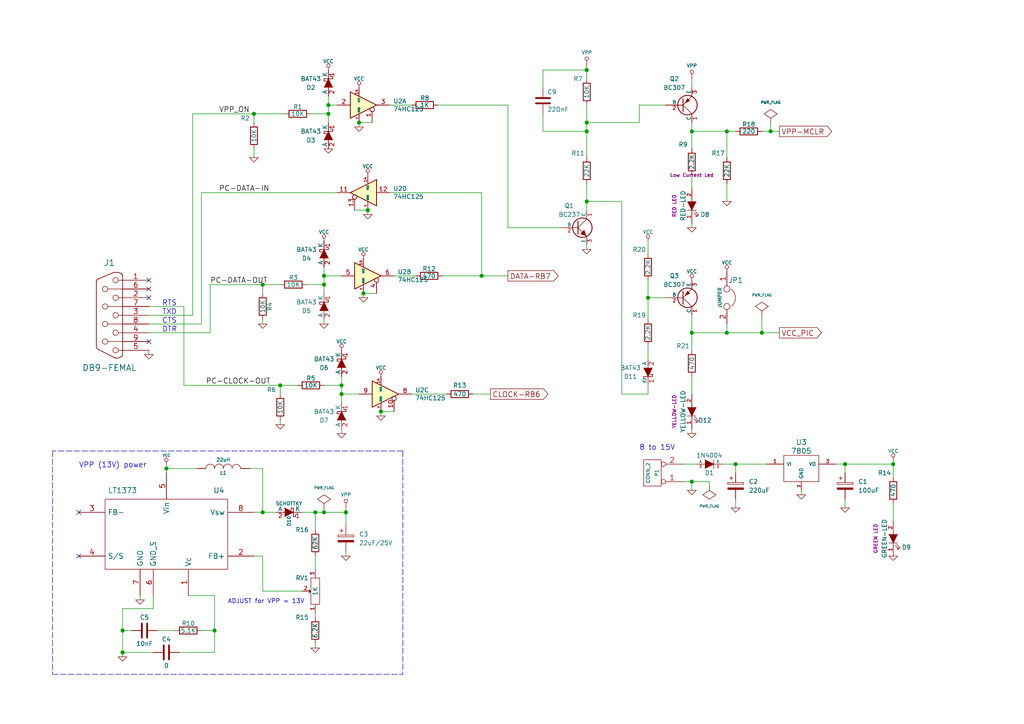
<source format=kicad_sch>
(kicad_sch (version 20201015) (generator eeschema)
  (paper "A4")
  (title_block (title "JDM - COM84 PIC Programmer with 13V DC/DC converter") (date "Sun 22 Mar 2015") (rev "2") (company "KiCad"))
  (junction (at 35.56 182.88) (diameter 1.016))
  (junction (at 35.56 189.23) (diameter 1.016))
  (junction (at 48.26 135.89) (diameter 1.016))
  (junction (at 62.23 182.88) (diameter 1.016))
  (junction (at 73.66 33.02) (diameter 1.016))
  (junction (at 76.2 82.55) (diameter 1.016))
  (junction (at 76.2 148.59) (diameter 1.016))
  (junction (at 81.28 111.76) (diameter 1.016))
  (junction (at 91.44 148.59) (diameter 1.016))
  (junction (at 93.98 80.01) (diameter 1.016))
  (junction (at 93.98 82.55) (diameter 1.016))
  (junction (at 93.98 148.59) (diameter 1.016))
  (junction (at 95.25 30.48) (diameter 1.016))
  (junction (at 95.25 33.02) (diameter 1.016))
  (junction (at 99.06 111.76) (diameter 1.016))
  (junction (at 99.06 114.3) (diameter 1.016))
  (junction (at 100.33 148.59) (diameter 1.016))
  (junction (at 104.14 35.56) (diameter 1.016))
  (junction (at 105.41 85.09) (diameter 1.016))
  (junction (at 106.68 60.96) (diameter 1.016))
  (junction (at 110.49 119.38) (diameter 1.016))
  (junction (at 139.7 80.01) (diameter 1.016))
  (junction (at 170.18 20.32) (diameter 1.016))
  (junction (at 170.18 35.56) (diameter 1.016))
  (junction (at 170.18 38.1) (diameter 1.016))
  (junction (at 170.18 58.42) (diameter 1.016))
  (junction (at 187.96 86.36) (diameter 1.016))
  (junction (at 200.66 38.1) (diameter 1.016))
  (junction (at 200.66 96.52) (diameter 1.016))
  (junction (at 200.66 139.7) (diameter 1.016))
  (junction (at 210.82 38.1) (diameter 1.016))
  (junction (at 210.82 96.52) (diameter 1.016))
  (junction (at 213.36 134.62) (diameter 1.016))
  (junction (at 220.98 96.52) (diameter 1.016))
  (junction (at 223.52 38.1) (diameter 1.016))
  (junction (at 245.11 134.62) (diameter 1.016))
  (junction (at 259.08 134.62) (diameter 1.016))
  (no_connect (at 22.86 148.59))
  (no_connect (at 22.86 161.29))
  (no_connect (at 43.18 81.28))
  (no_connect (at 43.18 83.82))
  (no_connect (at 43.18 86.36))
  (no_connect (at 43.18 99.06))
  (wire (pts (xy 35.56 176.53) (xy 35.56 182.88)))
  (wire (pts (xy 35.56 182.88) (xy 35.56 189.23)))
  (wire (pts (xy 35.56 182.88) (xy 38.1 182.88)))
  (wire (pts (xy 35.56 189.23) (xy 35.56 190.5)))
  (wire (pts (xy 35.56 189.23) (xy 44.45 189.23)))
  (wire (pts (xy 40.64 173.99) (xy 40.64 172.72)))
  (wire (pts (xy 43.18 93.98) (xy 58.42 93.98)))
  (wire (pts (xy 43.18 102.87) (xy 43.18 101.6)))
  (wire (pts (xy 44.45 172.72) (xy 44.45 176.53)))
  (wire (pts (xy 44.45 176.53) (xy 35.56 176.53)))
  (wire (pts (xy 45.72 182.88) (xy 50.8 182.88)))
  (wire (pts (xy 48.26 134.62) (xy 48.26 135.89)))
  (wire (pts (xy 48.26 135.89) (xy 48.26 137.16)))
  (wire (pts (xy 48.26 135.89) (xy 57.15 135.89)))
  (wire (pts (xy 52.07 189.23) (xy 62.23 189.23)))
  (wire (pts (xy 53.34 88.9) (xy 43.18 88.9)))
  (wire (pts (xy 53.34 111.76) (xy 53.34 88.9)))
  (wire (pts (xy 53.34 111.76) (xy 81.28 111.76)))
  (wire (pts (xy 54.61 172.72) (xy 62.23 172.72)))
  (wire (pts (xy 55.88 33.02) (xy 55.88 91.44)))
  (wire (pts (xy 55.88 33.02) (xy 73.66 33.02)))
  (wire (pts (xy 55.88 91.44) (xy 43.18 91.44)))
  (wire (pts (xy 58.42 55.88) (xy 97.79 55.88)))
  (wire (pts (xy 58.42 93.98) (xy 58.42 55.88)))
  (wire (pts (xy 58.42 182.88) (xy 62.23 182.88)))
  (wire (pts (xy 60.96 82.55) (xy 60.96 96.52)))
  (wire (pts (xy 60.96 82.55) (xy 76.2 82.55)))
  (wire (pts (xy 60.96 96.52) (xy 43.18 96.52)))
  (wire (pts (xy 62.23 172.72) (xy 62.23 182.88)))
  (wire (pts (xy 62.23 182.88) (xy 62.23 189.23)))
  (wire (pts (xy 72.39 135.89) (xy 76.2 135.89)))
  (wire (pts (xy 73.66 33.02) (xy 82.55 33.02)))
  (wire (pts (xy 73.66 35.56) (xy 73.66 33.02)))
  (wire (pts (xy 73.66 45.72) (xy 73.66 43.18)))
  (wire (pts (xy 73.66 148.59) (xy 76.2 148.59)))
  (wire (pts (xy 73.66 161.29) (xy 76.2 161.29)))
  (wire (pts (xy 76.2 82.55) (xy 76.2 85.09)))
  (wire (pts (xy 76.2 82.55) (xy 81.28 82.55)))
  (wire (pts (xy 76.2 92.71) (xy 76.2 93.98)))
  (wire (pts (xy 76.2 135.89) (xy 76.2 148.59)))
  (wire (pts (xy 76.2 148.59) (xy 80.01 148.59)))
  (wire (pts (xy 76.2 161.29) (xy 76.2 171.45)))
  (wire (pts (xy 76.2 171.45) (xy 87.63 171.45)))
  (wire (pts (xy 81.28 111.76) (xy 86.36 111.76)))
  (wire (pts (xy 81.28 114.3) (xy 81.28 111.76)))
  (wire (pts (xy 81.28 123.19) (xy 81.28 121.92)))
  (wire (pts (xy 87.63 148.59) (xy 91.44 148.59)))
  (wire (pts (xy 88.9 82.55) (xy 93.98 82.55)))
  (wire (pts (xy 90.17 33.02) (xy 95.25 33.02)))
  (wire (pts (xy 91.44 148.59) (xy 91.44 153.67)))
  (wire (pts (xy 91.44 148.59) (xy 93.98 148.59)))
  (wire (pts (xy 91.44 161.29) (xy 91.44 165.1)))
  (wire (pts (xy 91.44 177.8) (xy 91.44 179.07)))
  (wire (pts (xy 91.44 187.96) (xy 91.44 186.69)))
  (wire (pts (xy 93.98 77.47) (xy 93.98 80.01)))
  (wire (pts (xy 93.98 80.01) (xy 93.98 82.55)))
  (wire (pts (xy 93.98 82.55) (xy 93.98 85.09)))
  (wire (pts (xy 93.98 93.98) (xy 93.98 92.71)))
  (wire (pts (xy 93.98 111.76) (xy 99.06 111.76)))
  (wire (pts (xy 93.98 147.32) (xy 93.98 148.59)))
  (wire (pts (xy 93.98 148.59) (xy 100.33 148.59)))
  (wire (pts (xy 95.25 27.94) (xy 95.25 30.48)))
  (wire (pts (xy 95.25 30.48) (xy 95.25 33.02)))
  (wire (pts (xy 95.25 30.48) (xy 97.79 30.48)))
  (wire (pts (xy 95.25 33.02) (xy 95.25 35.56)))
  (wire (pts (xy 99.06 80.01) (xy 93.98 80.01)))
  (wire (pts (xy 99.06 109.22) (xy 99.06 111.76)))
  (wire (pts (xy 99.06 111.76) (xy 99.06 114.3)))
  (wire (pts (xy 99.06 114.3) (xy 99.06 116.84)))
  (wire (pts (xy 99.06 125.73) (xy 99.06 124.46)))
  (wire (pts (xy 100.33 147.32) (xy 100.33 148.59)))
  (wire (pts (xy 100.33 148.59) (xy 100.33 152.4)))
  (wire (pts (xy 100.33 161.29) (xy 100.33 160.02)))
  (wire (pts (xy 102.87 60.96) (xy 106.68 60.96)))
  (wire (pts (xy 104.14 35.56) (xy 107.95 35.56)))
  (wire (pts (xy 104.14 36.83) (xy 104.14 35.56)))
  (wire (pts (xy 104.14 114.3) (xy 99.06 114.3)))
  (wire (pts (xy 105.41 85.09) (xy 105.41 86.36)))
  (wire (pts (xy 105.41 85.09) (xy 109.22 85.09)))
  (wire (pts (xy 106.68 62.23) (xy 106.68 60.96)))
  (wire (pts (xy 110.49 119.38) (xy 114.3 119.38)))
  (wire (pts (xy 110.49 120.65) (xy 110.49 119.38)))
  (wire (pts (xy 113.03 30.48) (xy 119.38 30.48)))
  (wire (pts (xy 113.03 55.88) (xy 139.7 55.88)))
  (wire (pts (xy 114.3 80.01) (xy 120.65 80.01)))
  (wire (pts (xy 119.38 114.3) (xy 129.54 114.3)))
  (wire (pts (xy 127 30.48) (xy 147.32 30.48)))
  (wire (pts (xy 128.27 80.01) (xy 139.7 80.01)))
  (wire (pts (xy 139.7 55.88) (xy 139.7 80.01)))
  (wire (pts (xy 139.7 80.01) (xy 147.32 80.01)))
  (wire (pts (xy 142.24 114.3) (xy 137.16 114.3)))
  (wire (pts (xy 147.32 30.48) (xy 147.32 66.04)))
  (wire (pts (xy 147.32 66.04) (xy 162.56 66.04)))
  (wire (pts (xy 157.48 20.32) (xy 170.18 20.32)))
  (wire (pts (xy 157.48 25.4) (xy 157.48 20.32)))
  (wire (pts (xy 157.48 33.02) (xy 157.48 38.1)))
  (wire (pts (xy 157.48 38.1) (xy 170.18 38.1)))
  (wire (pts (xy 170.18 19.05) (xy 170.18 20.32)))
  (wire (pts (xy 170.18 20.32) (xy 170.18 22.86)))
  (wire (pts (xy 170.18 30.48) (xy 170.18 35.56)))
  (wire (pts (xy 170.18 35.56) (xy 170.18 38.1)))
  (wire (pts (xy 170.18 38.1) (xy 170.18 45.72)))
  (wire (pts (xy 170.18 53.34) (xy 170.18 58.42)))
  (wire (pts (xy 170.18 58.42) (xy 170.18 60.96)))
  (wire (pts (xy 170.18 58.42) (xy 180.34 58.42)))
  (wire (pts (xy 170.18 72.39) (xy 170.18 71.12)))
  (wire (pts (xy 180.34 114.3) (xy 180.34 58.42)))
  (wire (pts (xy 185.42 30.48) (xy 185.42 35.56)))
  (wire (pts (xy 185.42 35.56) (xy 170.18 35.56)))
  (wire (pts (xy 187.96 69.85) (xy 187.96 73.66)))
  (wire (pts (xy 187.96 81.28) (xy 187.96 86.36)))
  (wire (pts (xy 187.96 86.36) (xy 187.96 92.71)))
  (wire (pts (xy 187.96 100.33) (xy 187.96 104.14)))
  (wire (pts (xy 187.96 111.76) (xy 187.96 114.3)))
  (wire (pts (xy 187.96 114.3) (xy 180.34 114.3)))
  (wire (pts (xy 193.04 30.48) (xy 185.42 30.48)))
  (wire (pts (xy 193.04 86.36) (xy 187.96 86.36)))
  (wire (pts (xy 198.12 134.62) (xy 201.93 134.62)))
  (wire (pts (xy 198.12 139.7) (xy 200.66 139.7)))
  (wire (pts (xy 200.66 25.4) (xy 200.66 22.86)))
  (wire (pts (xy 200.66 35.56) (xy 200.66 38.1)))
  (wire (pts (xy 200.66 38.1) (xy 200.66 43.18)))
  (wire (pts (xy 200.66 38.1) (xy 210.82 38.1)))
  (wire (pts (xy 200.66 50.8) (xy 200.66 54.61)))
  (wire (pts (xy 200.66 64.77) (xy 200.66 66.04)))
  (wire (pts (xy 200.66 91.44) (xy 200.66 96.52)))
  (wire (pts (xy 200.66 96.52) (xy 200.66 101.6)))
  (wire (pts (xy 200.66 96.52) (xy 210.82 96.52)))
  (wire (pts (xy 200.66 109.22) (xy 200.66 114.3)))
  (wire (pts (xy 200.66 124.46) (xy 200.66 125.73)))
  (wire (pts (xy 200.66 139.7) (xy 205.74 139.7)))
  (wire (pts (xy 200.66 142.24) (xy 200.66 139.7)))
  (wire (pts (xy 205.74 139.7) (xy 205.74 140.97)))
  (wire (pts (xy 209.55 134.62) (xy 213.36 134.62)))
  (wire (pts (xy 210.82 38.1) (xy 210.82 45.72)))
  (wire (pts (xy 210.82 38.1) (xy 213.36 38.1)))
  (wire (pts (xy 210.82 53.34) (xy 210.82 58.42)))
  (wire (pts (xy 210.82 96.52) (xy 210.82 93.98)))
  (wire (pts (xy 210.82 96.52) (xy 220.98 96.52)))
  (wire (pts (xy 213.36 134.62) (xy 213.36 137.16)))
  (wire (pts (xy 213.36 134.62) (xy 222.25 134.62)))
  (wire (pts (xy 213.36 144.78) (xy 213.36 147.32)))
  (wire (pts (xy 220.98 38.1) (xy 223.52 38.1)))
  (wire (pts (xy 220.98 96.52) (xy 220.98 91.44)))
  (wire (pts (xy 220.98 96.52) (xy 226.06 96.52)))
  (wire (pts (xy 223.52 35.56) (xy 223.52 38.1)))
  (wire (pts (xy 223.52 38.1) (xy 226.06 38.1)))
  (wire (pts (xy 232.41 143.51) (xy 232.41 142.24)))
  (wire (pts (xy 242.57 134.62) (xy 245.11 134.62)))
  (wire (pts (xy 245.11 134.62) (xy 245.11 137.16)))
  (wire (pts (xy 245.11 134.62) (xy 259.08 134.62)))
  (wire (pts (xy 245.11 144.78) (xy 245.11 147.32)))
  (wire (pts (xy 259.08 133.35) (xy 259.08 134.62)))
  (wire (pts (xy 259.08 134.62) (xy 259.08 138.43)))
  (wire (pts (xy 259.08 146.05) (xy 259.08 151.13)))
  (polyline (pts (xy 15.24 130.81) (xy 15.24 195.58)) (stroke (width 0) (type dash)))
  (polyline (pts (xy 15.24 195.58) (xy 116.84 195.58)) (stroke (width 0) (type dash)))
  (polyline (pts (xy 116.84 130.81) (xy 15.24 130.81)) (stroke (width 0) (type dash)))
  (polyline (pts (xy 116.84 130.81) (xy 116.84 195.58)) (stroke (width 0) (type dash)))
  (text "VPP (13V) power" (at 22.86 135.89 0) (effects (font (size 1.524 1.524)) (justify left bottom)))
  (text "RTS" (at 46.99 88.9 0) (effects (font (size 1.524 1.524)) (justify left bottom)))
  (text "TXD" (at 46.99 91.44 0) (effects (font (size 1.524 1.524)) (justify left bottom)))
  (text "CTS" (at 46.99 93.98 0) (effects (font (size 1.524 1.524)) (justify left bottom)))
  (text "DTR" (at 46.99 96.52 0) (effects (font (size 1.524 1.524)) (justify left bottom)))
  (text "ADJUST for VPP = 13V" (at 66.04 175.26 0) (effects (font (size 1.27 1.27)) (justify left bottom)))
  (text "8 to 15V" (at 185.42 130.81 0) (effects (font (size 1.524 1.524)) (justify left bottom)))
  (label "PC-CLOCK-OUT" (at 59.69 111.76 0) (effects (font (size 1.524 1.524))))
  (label "PC-DATA-OUT" (at 60.96 82.55 0) (effects (font (size 1.524 1.524))))
  (label "VPP_ON" (at 63.5 33.02 0) (effects (font (size 1.524 1.524))))
  (label "PC-DATA-IN" (at 63.5 55.88 0) (effects (font (size 1.524 1.524))))
  (global_label "CLOCK-RB6" (shape output) (at 142.24 114.3 0) (property "Intersheet References" "${INTERSHEET_REFS}" (effects hide)) (effects (font (size 1.524 1.524))))
  (global_label "DATA-RB7" (shape output) (at 147.32 80.01 0) (property "Intersheet References" "${INTERSHEET_REFS}" (effects hide)) (effects (font (size 1.524 1.524))))
  (global_label "VPP-MCLR" (shape output) (at 226.06 38.1 0) (property "Intersheet References" "${INTERSHEET_REFS}" (effects hide)) (effects (font (size 1.524 1.524))))
  (global_label "VCC_PIC" (shape output) (at 226.06 96.52 0) (property "Intersheet References" "${INTERSHEET_REFS}" (effects hide)) (effects (font (size 1.524 1.524))))
  (symbol (lib_id "flat_hierarchy_schlib:VCC") (at 48.26 134.62 0) (unit 1)
    (property "Reference" "#PWR024" (effects hide))
    (property "Value" "VCC" (at 48.26 132.08 0) (effects (font (size 0.762 0.762))))
  )
  (symbol (lib_id "flat_hierarchy_schlib:VCC") (at 93.98 69.85 0) (unit 1)
    (property "Reference" "#PWR041" (effects hide))
    (property "Value" "VCC" (at 93.98 67.31 0) (effects (font (size 1.016 1.016))))
  )
  (symbol (lib_id "flat_hierarchy_schlib:VCC") (at 95.25 20.32 0) (unit 1)
    (property "Reference" "#PWR044" (effects hide))
    (property "Value" "VCC" (at 95.25 17.78 0) (effects (font (size 1.016 1.016))))
  )
  (symbol (lib_id "flat_hierarchy_schlib:VCC") (at 99.06 101.6 0) (unit 1)
    (property "Reference" "#PWR038" (effects hide))
    (property "Value" "VCC" (at 99.06 99.06 0) (effects (font (size 1.016 1.016))))
  )
  (symbol (lib_id "flat_hierarchy_schlib:VCC") (at 104.14 25.4 0) (unit 1)
    (property "Reference" "#PWR0104" (effects hide))
    (property "Value" "VCC" (at 104.14 22.86 0) (effects (font (size 1.016 1.016))))
  )
  (symbol (lib_id "flat_hierarchy_schlib:VCC") (at 105.41 74.93 0) (unit 1)
    (property "Reference" "#PWR0103" (effects hide))
    (property "Value" "VCC" (at 105.41 72.39 0) (effects (font (size 1.016 1.016))))
  )
  (symbol (lib_id "flat_hierarchy_schlib:VCC") (at 106.68 50.8 0) (unit 1)
    (property "Reference" "#PWR0102" (effects hide))
    (property "Value" "VCC" (at 106.68 48.26 0) (effects (font (size 1.016 1.016))))
  )
  (symbol (lib_id "flat_hierarchy_schlib:VCC") (at 110.49 109.22 0) (unit 1)
    (property "Reference" "#PWR0101" (effects hide))
    (property "Value" "VCC" (at 110.49 106.68 0) (effects (font (size 1.016 1.016))))
  )
  (symbol (lib_id "flat_hierarchy_schlib:VCC") (at 187.96 69.85 0) (unit 1)
    (property "Reference" "#PWR020" (effects hide))
    (property "Value" "VCC" (at 187.96 67.31 0) (effects (font (size 1.016 1.016))))
  )
  (symbol (lib_id "flat_hierarchy_schlib:VCC") (at 200.66 81.28 0) (unit 1)
    (property "Reference" "#PWR018" (effects hide))
    (property "Value" "VCC" (at 200.66 78.74 0) (effects (font (size 1.016 1.016))))
  )
  (symbol (lib_id "flat_hierarchy_schlib:VCC") (at 210.82 78.74 0) (unit 1)
    (property "Reference" "#PWR017" (effects hide))
    (property "Value" "VCC" (at 210.82 76.2 0) (effects (font (size 1.016 1.016))))
  )
  (symbol (lib_id "flat_hierarchy_schlib:VCC") (at 259.08 133.35 0) (unit 1)
    (property "Reference" "#PWR026" (effects hide))
    (property "Value" "VCC" (at 259.08 130.81 0) (effects (font (size 1.016 1.016))))
  )
  (symbol (lib_id "flat_hierarchy_schlib:GND") (at 35.56 190.5 0) (unit 1)
    (property "Reference" "#PWR048" (effects hide))
    (property "Value" "GND" (effects hide))
  )
  (symbol (lib_id "flat_hierarchy_schlib:GND") (at 40.64 173.99 0) (unit 1)
    (property "Reference" "#PWR047" (effects hide))
    (property "Value" "GND" (effects hide))
  )
  (symbol (lib_id "flat_hierarchy_schlib:GND") (at 43.18 102.87 0) (unit 1)
    (property "Reference" "#PWR033" (effects hide))
    (property "Value" "GND" (effects hide))
  )
  (symbol (lib_id "flat_hierarchy_schlib:GND") (at 73.66 45.72 0) (unit 1)
    (property "Reference" "#PWR034" (effects hide))
    (property "Value" "GND" (effects hide))
  )
  (symbol (lib_id "flat_hierarchy_schlib:GND") (at 76.2 93.98 0) (unit 1)
    (property "Reference" "#PWR036" (effects hide))
    (property "Value" "GND" (effects hide))
  )
  (symbol (lib_id "flat_hierarchy_schlib:GND") (at 81.28 123.19 0) (unit 1)
    (property "Reference" "#PWR035" (effects hide))
    (property "Value" "GND" (effects hide))
  )
  (symbol (lib_id "flat_hierarchy_schlib:GND") (at 91.44 187.96 0) (unit 1)
    (property "Reference" "#PWR049" (effects hide))
    (property "Value" "GND" (effects hide))
  )
  (symbol (lib_id "flat_hierarchy_schlib:GND") (at 93.98 93.98 0) (unit 1)
    (property "Reference" "#PWR042" (effects hide))
    (property "Value" "GND" (effects hide))
  )
  (symbol (lib_id "flat_hierarchy_schlib:GND") (at 95.25 43.18 0) (unit 1)
    (property "Reference" "#PWR045" (effects hide))
    (property "Value" "GND" (effects hide))
  )
  (symbol (lib_id "flat_hierarchy_schlib:GND") (at 99.06 125.73 0) (unit 1)
    (property "Reference" "#PWR039" (effects hide))
    (property "Value" "GND" (effects hide))
  )
  (symbol (lib_id "flat_hierarchy_schlib:GND") (at 100.33 161.29 0) (unit 1)
    (property "Reference" "#PWR050" (effects hide))
    (property "Value" "GND" (effects hide))
  )
  (symbol (lib_id "flat_hierarchy_schlib:GND") (at 104.14 36.83 0) (unit 1)
    (property "Reference" "#PWR046" (effects hide))
    (property "Value" "GND" (effects hide))
  )
  (symbol (lib_id "flat_hierarchy_schlib:GND") (at 105.41 86.36 0) (unit 1)
    (property "Reference" "#PWR043" (effects hide))
    (property "Value" "GND" (effects hide))
  )
  (symbol (lib_id "flat_hierarchy_schlib:GND") (at 106.68 62.23 0) (unit 1)
    (property "Reference" "#PWR037" (effects hide))
    (property "Value" "GND" (effects hide))
  )
  (symbol (lib_id "flat_hierarchy_schlib:GND") (at 110.49 120.65 0) (unit 1)
    (property "Reference" "#PWR040" (effects hide))
    (property "Value" "GND" (effects hide))
  )
  (symbol (lib_id "flat_hierarchy_schlib:GND") (at 170.18 72.39 0) (unit 1)
    (property "Reference" "#PWR032" (effects hide))
    (property "Value" "GND" (effects hide))
  )
  (symbol (lib_id "flat_hierarchy_schlib:GND") (at 200.66 66.04 0) (unit 1)
    (property "Reference" "#PWR021" (effects hide))
    (property "Value" "GND" (effects hide))
  )
  (symbol (lib_id "flat_hierarchy_schlib:GND") (at 200.66 125.73 0) (unit 1)
    (property "Reference" "#PWR019" (effects hide))
    (property "Value" "GND" (effects hide))
  )
  (symbol (lib_id "flat_hierarchy_schlib:GND") (at 200.66 142.24 0) (unit 1)
    (property "Reference" "#PWR031" (effects hide))
    (property "Value" "GND" (effects hide))
  )
  (symbol (lib_id "flat_hierarchy_schlib:GND") (at 210.82 58.42 0) (unit 1)
    (property "Reference" "#PWR025" (effects hide))
    (property "Value" "GND" (effects hide))
  )
  (symbol (lib_id "flat_hierarchy_schlib:GND") (at 213.36 147.32 0) (unit 1)
    (property "Reference" "#PWR030" (effects hide))
    (property "Value" "GND" (effects hide))
  )
  (symbol (lib_id "flat_hierarchy_schlib:GND") (at 232.41 143.51 0) (unit 1)
    (property "Reference" "#PWR029" (effects hide))
    (property "Value" "GND" (effects hide))
  )
  (symbol (lib_id "flat_hierarchy_schlib:GND") (at 245.11 147.32 0) (unit 1)
    (property "Reference" "#PWR028" (effects hide))
    (property "Value" "GND" (effects hide))
  )
  (symbol (lib_id "flat_hierarchy_schlib:GND") (at 259.08 161.29 0) (unit 1)
    (property "Reference" "#PWR027" (effects hide))
    (property "Value" "GND" (effects hide))
  )
  (symbol (lib_id "flat_hierarchy_schlib:VPP") (at 100.33 147.32 0) (unit 1)
    (property "Reference" "#PWR34" (effects hide))
    (property "Value" "VPP" (at 100.33 143.51 0) (effects (font (size 1.016 1.016))))
  )
  (symbol (lib_id "flat_hierarchy_schlib:VPP") (at 170.18 19.05 0) (unit 1)
    (property "Reference" "#PWR22" (effects hide))
    (property "Value" "VPP" (at 170.18 15.24 0) (effects (font (size 1.016 1.016))))
  )
  (symbol (lib_id "flat_hierarchy_schlib:VPP") (at 200.66 22.86 0) (unit 1)
    (property "Reference" "#PWR23" (effects hide))
    (property "Value" "VPP" (at 200.66 19.05 0) (effects (font (size 1.016 1.016))))
  )
  (symbol (lib_id "flat_hierarchy_schlib:PWR_FLAG") (at 93.98 147.32 0) (unit 1)
    (property "Reference" "#FLG023" (effects hide))
    (property "Value" "PWR_FLAG" (at 93.98 141.478 0) (effects (font (size 0.762 0.762))))
  )
  (symbol (lib_id "flat_hierarchy_schlib:PWR_FLAG") (at 205.74 140.97 180) (unit 1)
    (property "Reference" "#FLG022" (effects hide))
    (property "Value" "PWR_FLAG" (at 205.74 146.812 0) (effects (font (size 0.762 0.762))))
  )
  (symbol (lib_id "flat_hierarchy_schlib:PWR_FLAG") (at 220.98 91.44 0) (unit 1)
    (property "Reference" "#FLG015" (effects hide))
    (property "Value" "PWR_FLAG" (at 220.98 85.598 0) (effects (font (size 0.762 0.762))))
  )
  (symbol (lib_id "flat_hierarchy_schlib:PWR_FLAG") (at 223.52 35.56 0) (unit 1)
    (property "Reference" "#FLG016" (effects hide))
    (property "Value" "PWR_FLAG" (at 223.52 29.718 0) (effects (font (size 0.762 0.762))))
  )
  (symbol (lib_id "flat_hierarchy_schlib:R") (at 54.61 182.88 270) (mirror x) (unit 1)
    (property "Reference" "R10" (at 54.61 180.848 90))
    (property "Value" "5.1K" (at 54.61 182.88 90))
    (property "Footprint" "Resistor_THT:R_Axial_DIN0207_L6.3mm_D2.5mm_P10.16mm_Horizontal" (effects hide))
  )
  (symbol (lib_name "flat_hierarchy_schlib:R_18") (lib_id "flat_hierarchy_schlib:R") (at 73.66 39.37 0) (unit 1)
    (property "Reference" "R2" (at 71.12 34.29 0))
    (property "Value" "10K" (at 73.66 39.37 90))
    (property "Footprint" "Resistor_THT:R_Axial_DIN0207_L6.3mm_D2.5mm_P10.16mm_Horizontal" (effects hide))
  )
  (symbol (lib_name "flat_hierarchy_schlib:R_7") (lib_id "flat_hierarchy_schlib:R") (at 76.2 88.9 0) (unit 1)
    (property "Reference" "R4" (at 78.232 88.9 90))
    (property "Value" "10K" (at 76.2 88.9 90))
    (property "Footprint" "Resistor_THT:R_Axial_DIN0207_L6.3mm_D2.5mm_P10.16mm_Horizontal" (effects hide))
  )
  (symbol (lib_name "flat_hierarchy_schlib:R_9") (lib_id "flat_hierarchy_schlib:R") (at 81.28 118.11 0) (unit 1)
    (property "Reference" "R6" (at 78.74 113.03 0))
    (property "Value" "10K" (at 81.28 118.11 90))
    (property "Footprint" "Resistor_THT:R_Axial_DIN0207_L6.3mm_D2.5mm_P10.16mm_Horizontal" (effects hide))
  )
  (symbol (lib_name "flat_hierarchy_schlib:R_20") (lib_id "flat_hierarchy_schlib:R") (at 85.09 82.55 90) (unit 1)
    (property "Reference" "R3" (at 85.09 80.518 90))
    (property "Value" "10K" (at 85.09 82.55 90))
    (property "Footprint" "Resistor_THT:R_Axial_DIN0207_L6.3mm_D2.5mm_P10.16mm_Horizontal" (effects hide))
  )
  (symbol (lib_name "flat_hierarchy_schlib:R_14") (lib_id "flat_hierarchy_schlib:R") (at 86.36 33.02 90) (unit 1)
    (property "Reference" "R1" (at 86.36 30.988 90))
    (property "Value" "10K" (at 86.36 33.02 90))
    (property "Footprint" "Resistor_THT:R_Axial_DIN0207_L6.3mm_D2.5mm_P10.16mm_Horizontal" (effects hide))
  )
  (symbol (lib_name "flat_hierarchy_schlib:R_8") (lib_id "flat_hierarchy_schlib:R") (at 90.17 111.76 90) (unit 1)
    (property "Reference" "R5" (at 90.17 109.728 90))
    (property "Value" "10K" (at 90.17 111.76 90))
    (property "Footprint" "Resistor_THT:R_Axial_DIN0207_L6.3mm_D2.5mm_P10.16mm_Horizontal" (effects hide))
  )
  (symbol (lib_name "flat_hierarchy_schlib:R_10") (lib_id "flat_hierarchy_schlib:R") (at 91.44 157.48 180) (unit 1)
    (property "Reference" "R16" (at 87.63 153.67 0))
    (property "Value" "62K" (at 91.44 157.48 90))
    (property "Footprint" "Resistor_THT:R_Axial_DIN0207_L6.3mm_D2.5mm_P10.16mm_Horizontal" (effects hide))
  )
  (symbol (lib_name "flat_hierarchy_schlib:R_16") (lib_id "flat_hierarchy_schlib:R") (at 91.44 182.88 0) (unit 1)
    (property "Reference" "R15" (at 87.63 179.07 0))
    (property "Value" "6.2K" (at 91.44 182.88 90))
    (property "Footprint" "Resistor_THT:R_Axial_DIN0207_L6.3mm_D2.5mm_P10.16mm_Horizontal" (effects hide))
  )
  (symbol (lib_name "flat_hierarchy_schlib:R_3") (lib_id "flat_hierarchy_schlib:R") (at 123.19 30.48 90) (unit 1)
    (property "Reference" "R8" (at 123.19 28.448 90))
    (property "Value" "1K" (at 123.19 30.48 90))
    (property "Footprint" "Resistor_THT:R_Axial_DIN0207_L6.3mm_D2.5mm_P10.16mm_Horizontal" (effects hide))
  )
  (symbol (lib_name "flat_hierarchy_schlib:R_19") (lib_id "flat_hierarchy_schlib:R") (at 124.46 80.01 90) (unit 1)
    (property "Reference" "R12" (at 124.46 77.978 90))
    (property "Value" "470" (at 124.46 80.01 90))
    (property "Footprint" "Resistor_THT:R_Axial_DIN0207_L6.3mm_D2.5mm_P10.16mm_Horizontal" (effects hide))
  )
  (symbol (lib_name "flat_hierarchy_schlib:R_1") (lib_id "flat_hierarchy_schlib:R") (at 133.35 114.3 90) (unit 1)
    (property "Reference" "R13" (at 133.35 111.76 90))
    (property "Value" "470" (at 133.35 114.3 90))
    (property "Footprint" "Resistor_THT:R_Axial_DIN0207_L6.3mm_D2.5mm_P10.16mm_Horizontal" (effects hide))
  )
  (symbol (lib_name "flat_hierarchy_schlib:R_15") (lib_id "flat_hierarchy_schlib:R") (at 170.18 26.67 0) (unit 1)
    (property "Reference" "R7" (at 167.64 22.86 0))
    (property "Value" "10K" (at 170.18 26.67 90))
    (property "Footprint" "Resistor_THT:R_Axial_DIN0207_L6.3mm_D2.5mm_P10.16mm_Horizontal" (effects hide))
  )
  (symbol (lib_name "flat_hierarchy_schlib:R_17") (lib_id "flat_hierarchy_schlib:R") (at 170.18 49.53 180) (unit 1)
    (property "Reference" "R11" (at 167.64 44.45 0))
    (property "Value" "22K" (at 170.18 49.53 90))
    (property "Footprint" "Resistor_THT:R_Axial_DIN0207_L6.3mm_D2.5mm_P10.16mm_Horizontal" (effects hide))
  )
  (symbol (lib_name "flat_hierarchy_schlib:R_12") (lib_id "flat_hierarchy_schlib:R") (at 187.96 77.47 0) (unit 1)
    (property "Reference" "R20" (at 185.42 72.39 0))
    (property "Value" "2.2K" (at 187.96 77.47 90))
    (property "Footprint" "Resistor_THT:R_Axial_DIN0207_L6.3mm_D2.5mm_P10.16mm_Horizontal" (effects hide))
  )
  (symbol (lib_name "flat_hierarchy_schlib:R_2") (lib_id "flat_hierarchy_schlib:R") (at 187.96 96.52 180) (unit 1)
    (property "Reference" "R19" (at 185.42 91.44 0))
    (property "Value" "2.2K" (at 187.96 96.52 90))
    (property "Footprint" "Resistor_THT:R_Axial_DIN0207_L6.3mm_D2.5mm_P10.16mm_Horizontal" (effects hide))
  )
  (symbol (lib_name "flat_hierarchy_schlib:R_11") (lib_id "flat_hierarchy_schlib:R") (at 200.66 46.99 0) (unit 1)
    (property "Reference" "R9" (at 198.12 41.91 0))
    (property "Value" "2.2K" (at 200.66 46.99 90))
    (property "Footprint" "Resistor_THT:R_Axial_DIN0207_L6.3mm_D2.5mm_P10.16mm_Horizontal" (effects hide))
  )
  (symbol (lib_name "flat_hierarchy_schlib:R_4") (lib_id "flat_hierarchy_schlib:R") (at 200.66 105.41 0) (unit 1)
    (property "Reference" "R21" (at 198.12 100.33 0))
    (property "Value" "470" (at 200.66 105.41 90))
    (property "Footprint" "Resistor_THT:R_Axial_DIN0207_L6.3mm_D2.5mm_P10.16mm_Horizontal" (effects hide))
  )
  (symbol (lib_name "flat_hierarchy_schlib:R_13") (lib_id "flat_hierarchy_schlib:R") (at 210.82 49.53 0) (unit 1)
    (property "Reference" "R17" (at 208.28 44.45 0))
    (property "Value" "22K" (at 210.82 49.53 90))
    (property "Footprint" "Resistor_THT:R_Axial_DIN0207_L6.3mm_D2.5mm_P10.16mm_Horizontal" (effects hide))
  )
  (symbol (lib_name "flat_hierarchy_schlib:R_5") (lib_id "flat_hierarchy_schlib:R") (at 217.17 38.1 90) (unit 1)
    (property "Reference" "R18" (at 217.17 36.068 90))
    (property "Value" "220" (at 217.17 38.1 90))
    (property "Footprint" "Resistor_THT:R_Axial_DIN0207_L6.3mm_D2.5mm_P10.16mm_Horizontal" (effects hide))
  )
  (symbol (lib_name "flat_hierarchy_schlib:R_6") (lib_id "flat_hierarchy_schlib:R") (at 259.08 142.24 0) (unit 1)
    (property "Reference" "R14" (at 256.54 137.16 0))
    (property "Value" "470" (at 259.08 142.24 90))
    (property "Footprint" "Resistor_THT:R_Axial_DIN0207_L6.3mm_D2.5mm_P10.16mm_Horizontal" (effects hide))
  )
  (symbol (lib_id "flat_hierarchy_schlib:D") (at 205.74 134.62 180) (unit 1)
    (property "Reference" "D1" (at 205.74 137.16 0))
    (property "Value" "1N4004" (at 205.74 132.08 0))
    (property "Footprint" "Diode_THT:D_DO-35_SOD27_P12.70mm_Horizontal" (effects hide))
  )
  (symbol (lib_name "flat_hierarchy_schlib:DIODESCH_1") (lib_id "flat_hierarchy_schlib:D_Schottky") (at 83.82 148.59 180) (unit 1)
    (property "Reference" "D10" (at 83.82 151.13 90) (effects (font (size 1.016 1.016))))
    (property "Value" "SCHOTTKY" (at 83.82 146.05 0) (effects (font (size 1.016 1.016))))
    (property "Footprint" "Diode_THT:D_DO-35_SOD27_P12.70mm_Horizontal" (effects hide))
  )
  (symbol (lib_name "flat_hierarchy_schlib:DIODESCH_2") (lib_id "flat_hierarchy_schlib:D_Schottky") (at 93.98 73.66 270) (unit 1)
    (property "Reference" "D4" (at 88.9 74.93 90))
    (property "Value" "BAT43" (at 88.9 72.39 90))
    (property "Footprint" "Diode_THT:D_DO-35_SOD27_P7.62mm_Horizontal" (effects hide))
  )
  (symbol (lib_name "flat_hierarchy_schlib:DIODESCH_4") (lib_id "flat_hierarchy_schlib:D_Schottky") (at 93.98 88.9 270) (unit 1)
    (property "Reference" "D5" (at 88.9 90.17 90))
    (property "Value" "BAT43" (at 88.9 87.63 90))
    (property "Footprint" "Diode_THT:D_DO-35_SOD27_P7.62mm_Horizontal" (effects hide))
  )
  (symbol (lib_name "flat_hierarchy_schlib:DIODESCH_3") (lib_id "flat_hierarchy_schlib:D_Schottky") (at 95.25 24.13 270) (unit 1)
    (property "Reference" "D2" (at 90.17 25.4 90))
    (property "Value" "BAT43" (at 90.17 22.86 90))
    (property "Footprint" "Diode_THT:D_DO-35_SOD27_P7.62mm_Horizontal" (effects hide))
  )
  (symbol (lib_name "flat_hierarchy_schlib:DIODESCH_5") (lib_id "flat_hierarchy_schlib:D_Schottky") (at 95.25 39.37 270) (unit 1)
    (property "Reference" "D3" (at 90.17 40.64 90))
    (property "Value" "BAT43" (at 90.17 38.1 90))
    (property "Footprint" "Diode_THT:D_DO-35_SOD27_P7.62mm_Horizontal" (effects hide))
  )
  (symbol (lib_id "flat_hierarchy_schlib:D_Schottky") (at 99.06 105.41 270) (unit 1)
    (property "Reference" "D6" (at 93.98 106.68 90))
    (property "Value" "BAT43" (at 93.98 104.14 90))
    (property "Footprint" "Diode_THT:D_DO-35_SOD27_P7.62mm_Horizontal" (effects hide))
  )
  (symbol (lib_name "flat_hierarchy_schlib:DIODESCH_6") (lib_id "flat_hierarchy_schlib:D_Schottky") (at 99.06 120.65 270) (unit 1)
    (property "Reference" "D7" (at 93.98 121.92 90))
    (property "Value" "BAT43" (at 93.98 119.38 90))
    (property "Footprint" "Diode_THT:D_DO-35_SOD27_P7.62mm_Horizontal" (effects hide))
  )
  (symbol (lib_name "flat_hierarchy_schlib:DIODESCH_7") (lib_id "flat_hierarchy_schlib:D_Schottky") (at 187.96 107.95 90) (unit 1)
    (property "Reference" "D11" (at 182.88 109.22 90))
    (property "Value" "BAT43" (at 182.88 106.68 90))
    (property "Footprint" "Diode_THT:D_DO-35_SOD27_P7.62mm_Horizontal" (effects hide))
  )
  (symbol (lib_id "flat_hierarchy_schlib:INDUCTOR") (at 64.77 135.89 270) (mirror x) (unit 1)
    (property "Reference" "L1" (at 64.77 137.16 90) (effects (font (size 1.016 1.016))))
    (property "Value" "22uH" (at 64.77 133.35 90) (effects (font (size 1.016 1.016))))
    (property "Footprint" "inductors:INDUCTOR_V" (effects hide))
  )
  (symbol (lib_name "flat_hierarchy_schlib:LED_1") (lib_id "flat_hierarchy_schlib:LED") (at 200.66 59.69 90) (unit 1)
    (property "Reference" "D8" (at 204.47 62.23 90))
    (property "Value" "RED-LED" (at 198.12 59.69 0))
    (property "Footprint" "discret:LEDV" (effects hide))
    (property "Champ4" "Low Current Led" (at 200.66 50.8 90) (effects (font (size 1.016 1.016))))
    (property "Champ5" "RED LED" (at 195.58 59.69 0) (effects (font (size 1.016 1.016))))
  )
  (symbol (lib_name "flat_hierarchy_schlib:LED_2") (lib_id "flat_hierarchy_schlib:LED") (at 200.66 119.38 90) (unit 1)
    (property "Reference" "D12" (at 204.47 121.92 90))
    (property "Value" "YELLOW-LED" (at 198.12 119.38 0))
    (property "Footprint" "discret:LEDV" (effects hide))
    (property "Champ4" "YELLOW-LED" (at 195.58 119.38 0) (effects (font (size 1.016 1.016))))
  )
  (symbol (lib_id "flat_hierarchy_schlib:LED") (at 259.08 156.21 90) (unit 1)
    (property "Reference" "D9" (at 262.89 158.75 90))
    (property "Value" "GREEN-LED" (at 256.54 156.21 0))
    (property "Footprint" "discret:LEDV" (effects hide))
    (property "Champ4" "GREEN LED" (at 254 156.21 0) (effects (font (size 1.016 1.016))))
  )
  (symbol (lib_name "flat_hierarchy_schlib:C_2") (lib_id "flat_hierarchy_schlib:C") (at 41.91 182.88 270) (mirror x) (unit 1)
    (property "Reference" "C5" (at 41.91 179.07 90))
    (property "Value" "10nF" (at 41.91 186.69 90))
    (property "Footprint" "discret:C1-1" (effects hide))
  )
  (symbol (lib_name "flat_hierarchy_schlib:C_1") (lib_id "flat_hierarchy_schlib:C") (at 48.26 189.23 270) (mirror x) (unit 1)
    (property "Reference" "C4" (at 48.26 185.42 90))
    (property "Value" "0" (at 48.26 193.04 90))
    (property "Footprint" "discret:C1-1" (effects hide))
  )
  (symbol (lib_name "flat_hierarchy_schlib:CP_1") (lib_id "flat_hierarchy_schlib:CP") (at 100.33 156.21 0) (unit 1)
    (property "Reference" "C3" (at 104.14 154.94 0) (effects (justify left)))
    (property "Value" "22uF/25V" (at 104.14 157.48 0) (effects (justify left)))
    (property "Footprint" "discret:CP8" (effects hide))
  )
  (symbol (lib_id "flat_hierarchy_schlib:C") (at 157.48 29.21 0) (unit 1)
    (property "Reference" "C9" (at 158.75 26.67 0) (effects (justify left)))
    (property "Value" "22OnF" (at 158.75 31.75 0) (effects (justify left)))
    (property "Footprint" "discret:C1-1" (effects hide))
  )
  (symbol (lib_name "flat_hierarchy_schlib:CP_2") (lib_id "flat_hierarchy_schlib:CP") (at 213.36 140.97 0) (unit 1)
    (property "Reference" "C2" (at 217.17 139.7 0) (effects (justify left)))
    (property "Value" "220uF" (at 217.17 142.24 0) (effects (justify left)))
    (property "Footprint" "discret:CP10" (effects hide))
  )
  (symbol (lib_id "flat_hierarchy_schlib:CP") (at 245.11 140.97 0) (unit 1)
    (property "Reference" "C1" (at 248.92 139.7 0) (effects (justify left)))
    (property "Value" "100uF" (at 248.92 142.24 0) (effects (justify left)))
    (property "Footprint" "discret:CP10" (effects hide))
  )
  (symbol (lib_id "flat_hierarchy_schlib:JUMPER") (at 210.82 86.36 270) (unit 1)
    (property "Reference" "JP1" (at 213.36 81.28 90) (effects (font (size 1.524 1.524))))
    (property "Value" "JUMPER" (at 208.788 86.36 0) (effects (font (size 1.016 1.016))))
    (property "Footprint" "pin_array:PIN_ARRAY_2X1" (effects hide))
  )
  (symbol (lib_id "flat_hierarchy_schlib:POT") (at 91.44 171.45 90) (unit 1)
    (property "Reference" "RV1" (at 87.63 167.64 90))
    (property "Value" "1K" (at 91.44 171.45 0))
    (property "Footprint" "discret:RV2X4" (effects hide))
  )
  (symbol (lib_id "flat_hierarchy_schlib:CONN_2") (at 189.23 137.16 180) (unit 1)
    (property "Reference" "P1" (at 190.5 137.16 90) (effects (font (size 1.016 1.016))))
    (property "Value" "CONN_2" (at 187.96 137.16 90) (effects (font (size 1.016 1.016))))
    (property "Footprint" "connect:bornier2" (effects hide))
  )
  (symbol (lib_id "flat_hierarchy_schlib:BC237") (at 167.64 66.04 0) (unit 1)
    (property "Reference" "Q1" (at 165.1 59.69 0))
    (property "Value" "BC237" (at 165.1508 62.23 0))
    (property "Footprint" "Package_TO_SOT_THT:TO-92" (effects hide))
  )
  (symbol (lib_id "flat_hierarchy_schlib:BC307") (at 198.12 30.48 0) (mirror x) (unit 1)
    (property "Reference" "Q2" (at 195.58 22.86 0))
    (property "Value" "BC307" (at 195.58 25.4 0))
    (property "Footprint" "Package_TO_SOT_THT:TO-92" (effects hide))
  )
  (symbol (lib_id "flat_hierarchy_schlib:BC307") (at 198.12 86.36 0) (mirror x) (unit 1)
    (property "Reference" "Q3" (at 195.58 80.01 0))
    (property "Value" "BC307" (at 195.58 82.55 0))
    (property "Footprint" "Package_TO_SOT_THT:TO-92" (effects hide))
  )
  (symbol (lib_name "flat_hierarchy_schlib:74LS125_1") (lib_id "flat_hierarchy_schlib:74LS125") (at 105.41 30.48 0) (unit 1)
    (property "Reference" "U2" (at 114.0461 29.3306 0) (effects (justify left)))
    (property "Value" "74HC125" (at 114.0461 31.6293 0) (effects (justify left)))
    (property "Footprint" "Package_DIP:DIP-14_W7.62mm_LongPads" (effects hide))
  )
  (symbol (lib_name "flat_hierarchy_schlib:74LS125_3") (lib_id "flat_hierarchy_schlib:74LS125") (at 105.41 55.88 0) (mirror y) (unit 4)
    (property "Reference" "U2" (at 114.0461 54.7306 0) (effects (justify right)))
    (property "Value" "74HC125" (at 114.0461 57.0293 0) (effects (justify right)))
    (property "Footprint" "Package_DIP:DIP-14_W7.62mm_LongPads" (effects hide))
  )
  (symbol (lib_id "flat_hierarchy_schlib:74LS125") (at 106.68 80.01 0) (unit 2)
    (property "Reference" "U2" (at 115.3161 78.8606 0) (effects (justify left)))
    (property "Value" "74HC125" (at 115.3161 81.1593 0) (effects (justify left)))
    (property "Footprint" "Package_DIP:DIP-14_W7.62mm_LongPads" (effects hide))
  )
  (symbol (lib_name "flat_hierarchy_schlib:74LS125_2") (lib_id "flat_hierarchy_schlib:74LS125") (at 111.76 114.3 0) (unit 3)
    (property "Reference" "U2" (at 120.3961 113.1506 0) (effects (justify left)))
    (property "Value" "74HC125" (at 120.3961 115.4493 0) (effects (justify left)))
    (property "Footprint" "Package_DIP:DIP-14_W7.62mm_LongPads" (effects hide))
  )
  (symbol (lib_id "flat_hierarchy_schlib:7805") (at 232.41 135.89 0) (unit 1)
    (property "Reference" "U3" (at 232.41 128.27 0) (effects (font (size 1.524 1.524))))
    (property "Value" "7805" (at 232.41 130.81 0) (effects (font (size 1.524 1.524))))
    (property "Footprint" "Package_TO_SOT_THT:TO-220-3_Horizontal_TabDown" (effects hide))
  )
  (symbol (lib_id "flat_hierarchy_schlib:DB9") (at 31.75 91.44 180) (unit 1)
    (property "Reference" "J1" (at 31.75 76.2 0) (effects (font (size 1.778 1.778))))
    (property "Value" "DB9-FEMAL" (at 31.75 106.68 0) (effects (font (size 1.778 1.778))))
    (property "Footprint" "Connector_Dsub:DSUB-9_Female_Horizontal_P2.77x2.84mm_EdgePinOffset7.70mm_Housed_MountingHolesOffset9.12mm" (effects hide))
  )
  (symbol (lib_id "flat_hierarchy_schlib:LT1373") (at 48.26 154.94 0) (unit 1)
    (property "Reference" "U4" (at 63.5 142.24 0) (effects (font (size 1.524 1.524))))
    (property "Value" "LT1373" (at 35.56 142.24 0) (effects (font (size 1.524 1.524))))
    (property "Footprint" "Package_DIP:DIP-8_W7.62mm_LongPads" (effects hide))
  )
)
</source>
